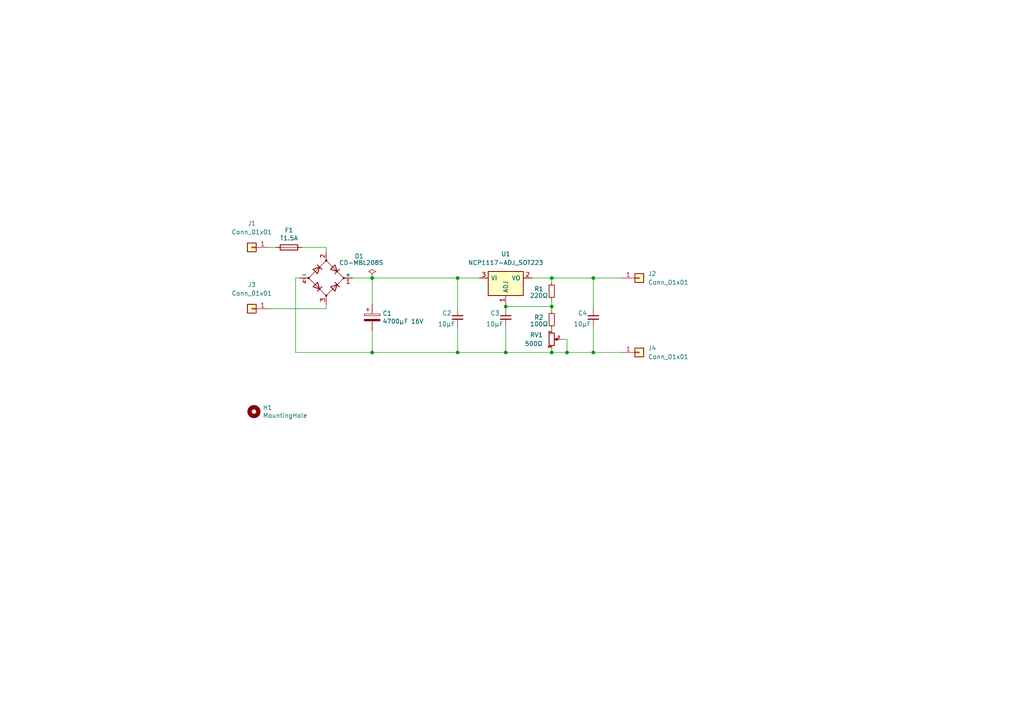
<source format=kicad_sch>
(kicad_sch (version 20230121) (generator eeschema)
  (paper "A4")
  (lib_symbols
    (symbol "Connector_Generic:Conn_01x01" (pin_names (offset 1.016) hide)
      (property "Reference" "J" (at 0 2.54 0))
      (property "Value" "Conn_01x01" (at 0 -2.54 0))
      (symbol "Conn_01x01_1_1"
        (rectangle (start -1.27 0.127) (end 0 -0.127) (stroke (width 0.1524)))
        (rectangle (start -1.27 1.27) (end 1.27 -1.27) (stroke (width 0.254)) (fill (type background)))
        (pin passive line (at -5.08 0 0) (length 3.81) (name "Pin_1") (number "1"))
      )
    )
    (symbol "Device:C_Polarized" (pin_numbers hide) (pin_names (offset 0.254))
      (property "Reference" "C" (at 0.635 2.54 0))
      (property "Value" "C_Polarized" (at 0.635 -2.54 0))
      (symbol "C_Polarized_0_1"
        (rectangle (start -2.286 0.508) (end 2.286 1.016))
        (polyline (pts (xy -1.778 2.286) (xy -0.762 2.286)))
        (polyline (pts (xy -1.27 2.794) (xy -1.27 1.778)))
        (rectangle (start 2.286 -0.508) (end -2.286 -1.016) (fill (type outline)))
      )
      (symbol "C_Polarized_1_1"
        (pin passive line (at 0 3.81 270) (length 2.794) (name "~") (number "1"))
        (pin passive line (at 0 -3.81 90) (length 2.794) (name "~") (number "2"))
      )
    )
    (symbol "Device:C_Small" (pin_numbers hide) (pin_names (offset 0.254) hide)
      (property "Reference" "C" (at 0.254 1.778 0))
      (property "Value" "C_Small" (at 0.254 -2.032 0))
      (symbol "C_Small_0_1"
        (polyline (pts (xy -1.524 -0.508) (xy 1.524 -0.508)) (stroke (width 0.3302)))
        (polyline (pts (xy -1.524 0.508) (xy 1.524 0.508)) (stroke (width 0.3048)))
      )
      (symbol "C_Small_1_1"
        (pin passive line (at 0 2.54 270) (length 2.032) (name "~") (number "1"))
        (pin passive line (at 0 -2.54 90) (length 2.032) (name "~") (number "2"))
      )
    )
    (symbol "Device:D_Bridge_+AA-" (pin_names (offset 0))
      (property "Reference" "D" (at 2.54 6.985 0))
      (property "Value" "D_Bridge_+AA-" (at 2.54 5.08 0))
      (symbol "D_Bridge_+AA-_0_1"
        (circle (center -5.08 0) (radius 0.254) (fill (type outline)))
        (circle (center 0 -5.08) (radius 0.254) (fill (type outline)))
        (polyline (pts (xy -2.54 3.81) (xy -1.27 2.54)) (stroke (width 0.254)))
        (polyline (pts (xy -1.27 -2.54) (xy -2.54 -3.81)) (stroke (width 0.254)))
        (polyline (pts (xy 2.54 -1.27) (xy 3.81 -2.54)) (stroke (width 0.254)))
        (polyline (pts (xy 2.54 1.27) (xy 3.81 2.54)) (stroke (width 0.254)))
        (polyline (pts (xy -3.81 2.54) (xy -2.54 1.27) (xy -1.905 3.175) (xy -3.81 2.54)) (stroke (width 0.254)))
        (polyline (pts (xy -2.54 -1.27) (xy -3.81 -2.54) (xy -1.905 -3.175) (xy -2.54 -1.27)) (stroke (width 0.254)))
        (polyline (pts (xy 1.27 2.54) (xy 2.54 3.81) (xy 3.175 1.905) (xy 1.27 2.54)) (stroke (width 0.254)))
        (polyline (pts (xy 3.175 -1.905) (xy 1.27 -2.54) (xy 2.54 -3.81) (xy 3.175 -1.905)) (stroke (width 0.254)))
        (polyline (pts (xy -5.08 0) (xy 0 -5.08) (xy 5.08 0) (xy 0 5.08) (xy -5.08 0)))
        (circle (center 0 5.08) (radius 0.254) (fill (type outline)))
        (circle (center 5.08 0) (radius 0.254) (fill (type outline)))
      )
      (symbol "D_Bridge_+AA-_1_1"
        (pin passive line (at 7.62 0 180) (length 2.54) (name "+") (number "1"))
        (pin passive line (at 0 7.62 270) (length 2.54) (name "~") (number "2"))
        (pin passive line (at 0 -7.62 90) (length 2.54) (name "~") (number "3"))
        (pin passive line (at -7.62 0 0) (length 2.54) (name "-") (number "4"))
      )
    )
    (symbol "Device:Fuse" (pin_numbers hide) (pin_names (offset 0))
      (property "Reference" "F" (at 2.032 0 90))
      (property "Value" "Fuse" (at -1.905 0 90))
      (symbol "Fuse_0_1"
        (rectangle (start -0.762 -2.54) (end 0.762 2.54) (stroke (width 0.254)))
        (polyline (pts (xy 0 2.54) (xy 0 -2.54)))
      )
      (symbol "Fuse_1_1"
        (pin passive line (at 0 3.81 270) (length 1.27) (name "~") (number "1"))
        (pin passive line (at 0 -3.81 90) (length 1.27) (name "~") (number "2"))
      )
    )
    (symbol "Device:R_Potentiometer_Small" (pin_names (offset 1.016) hide)
      (property "Reference" "RV" (at -4.445 0 90))
      (property "Value" "R_Potentiometer_Small" (at -2.54 0 90))
      (symbol "R_Potentiometer_Small_0_1"
        (polyline (pts (xy 0.889 0) (xy 0.635 0) (xy 1.651 0.381) (xy 1.651 -0.381) (xy 0.635 0) (xy 0.889 0)) (fill (type outline)))
        (rectangle (start 0.762 1.8034) (end -0.762 -1.8034) (stroke (width 0.254)))
      )
      (symbol "R_Potentiometer_Small_1_1"
        (pin passive line (at 0 2.54 270) (length 0.635) (name "1") (number "1"))
        (pin passive line (at 2.54 0 180) (length 0.9906) (name "2") (number "2"))
        (pin passive line (at 0 -2.54 90) (length 0.635) (name "3") (number "3"))
      )
    )
    (symbol "Device:R_Small" (pin_numbers hide) (pin_names (offset 0.254) hide)
      (property "Reference" "R" (at 0.762 0.508 0))
      (property "Value" "R_Small" (at 0.762 -1.016 0))
      (symbol "R_Small_0_1"
        (rectangle (start -0.762 1.778) (end 0.762 -1.778) (stroke (width 0.2032)))
      )
      (symbol "R_Small_1_1"
        (pin passive line (at 0 2.54 270) (length 0.762) (name "~") (number "1"))
        (pin passive line (at 0 -2.54 90) (length 0.762) (name "~") (number "2"))
      )
    )
    (symbol "Mechanical:MountingHole" (pin_names (offset 1.016))
      (property "Reference" "H" (at 0 5.08 0))
      (property "Value" "MountingHole" (at 0 3.175 0))
      (symbol "MountingHole_0_1"
        (circle (center 0 0) (radius 1.27) (stroke (width 1.27)))
      )
    )
    (symbol "Regulator_Linear:NCP1117-ADJ_SOT223" (pin_names (offset 0.762))
      (property "Reference" "U" (at -3.81 3.175 0))
      (property "Value" "NCP1117-ADJ_SOT223" (at 0 3.175 0))
      (symbol "NCP1117-ADJ_SOT223_0_1"
        (rectangle (start -5.08 -5.08) (end 5.08 1.905) (stroke (width 0.254)) (fill (type background)))
      )
      (symbol "NCP1117-ADJ_SOT223_1_1"
        (pin input line (at 0 -7.62 90) (length 2.54) (name "ADJ") (number "1"))
        (pin power_out line (at 7.62 0 180) (length 2.54) (name "VO") (number "2"))
        (pin power_in line (at -7.62 0 0) (length 2.54) (name "VI") (number "3"))
      )
    )
    (symbol "power:PWR_FLAG" (power) (pin_numbers hide) (pin_names (offset 0) hide)
      (property "Value" "PWR_FLAG" (at 0 3.81 0))
      (symbol "PWR_FLAG_0_0"
        (pin power_out line (at 0 0 90) (length 0) (name "pwr") (number "1"))
      )
      (symbol "PWR_FLAG_0_1"
        (polyline (pts (xy 0 0) (xy 0 1.27) (xy -1.016 1.905) (xy 0 2.54) (xy 1.016 1.905) (xy 0 1.27)))
      )
    )
  )
  (junction (at 172.085 80.645))
  (junction (at 107.95 80.645))
  (junction (at 146.685 88.9))
  (junction (at 132.715 80.645))
  (junction (at 160.02 80.645))
  (junction (at 146.685 102.235))
  (junction (at 160.02 88.9))
  (junction (at 172.085 102.235))
  (junction (at 107.95 102.235))
  (junction (at 160.02 102.235))
  (junction (at 164.465 102.235))
  (junction (at 132.715 102.235))
  (wire (pts (xy 160.02 86.995) (xy 160.02 88.9)))
  (wire (pts (xy 172.085 94.615) (xy 172.085 102.235)))
  (wire (pts (xy 160.02 102.235) (xy 164.465 102.235)))
  (wire (pts (xy 94.615 89.535) (xy 94.615 88.265)))
  (wire (pts (xy 78.105 89.535) (xy 94.615 89.535)))
  (wire (pts (xy 85.725 80.645) (xy 86.995 80.645)))
  (wire (pts (xy 164.465 102.235) (xy 172.085 102.235)))
  (wire (pts (xy 146.685 102.235) (xy 160.02 102.235)))
  (wire (pts (xy 172.085 80.645) (xy 180.34 80.645)))
  (wire (pts (xy 164.465 98.425) (xy 164.465 102.235)))
  (wire (pts (xy 132.715 102.235) (xy 146.685 102.235)))
  (wire (pts (xy 160.02 100.965) (xy 160.02 102.235)))
  (wire (pts (xy 160.02 95.25) (xy 160.02 95.885)))
  (wire (pts (xy 146.685 88.9) (xy 146.685 89.535)))
  (wire (pts (xy 146.685 88.9) (xy 160.02 88.9)))
  (wire (pts (xy 78.105 71.755) (xy 80.01 71.755)))
  (wire (pts (xy 107.95 80.645) (xy 107.95 88.265)))
  (wire (pts (xy 107.95 95.885) (xy 107.95 102.235)))
  (wire (pts (xy 160.02 80.645) (xy 160.02 81.915)))
  (wire (pts (xy 172.085 102.235) (xy 180.34 102.235)))
  (wire (pts (xy 162.56 98.425) (xy 164.465 98.425)))
  (wire (pts (xy 85.725 80.645) (xy 85.725 102.235)))
  (wire (pts (xy 146.685 88.265) (xy 146.685 88.9)))
  (wire (pts (xy 154.305 80.645) (xy 160.02 80.645)))
  (wire (pts (xy 160.02 88.9) (xy 160.02 90.17)))
  (wire (pts (xy 132.715 89.535) (xy 132.715 80.645)))
  (wire (pts (xy 132.715 80.645) (xy 139.065 80.645)))
  (wire (pts (xy 172.085 80.645) (xy 172.085 89.535)))
  (wire (pts (xy 107.95 80.645) (xy 132.715 80.645)))
  (wire (pts (xy 87.63 71.755) (xy 94.615 71.755)))
  (wire (pts (xy 107.95 102.235) (xy 132.715 102.235)))
  (wire (pts (xy 160.02 80.645) (xy 172.085 80.645)))
  (wire (pts (xy 85.725 102.235) (xy 107.95 102.235)))
  (wire (pts (xy 132.715 94.615) (xy 132.715 102.235)))
  (wire (pts (xy 146.685 94.615) (xy 146.685 102.235)))
  (wire (pts (xy 102.235 80.645) (xy 107.95 80.645)))
  (wire (pts (xy 94.615 71.755) (xy 94.615 73.025)))
  (symbol (lib_id "Device:Fuse") (at 83.82 71.755 270) (unit 1)
    (property "Reference" "F1" (at 83.82 66.7512 90))
    (property "Value" "T1.5A" (at 83.82 69.0626 90))
    (property "Footprint" "Fuse:Fuse_1206_3216Metric_Pad1.42x1.75mm_HandSolder" (effects hide))
  )
  (symbol (lib_id "Device:C_Polarized") (at 107.95 92.075 0) (unit 1)
    (property "Reference" "C1" (at 110.9472 90.9066 0) (effects (justify left)))
    (property "Value" "4700µF 16V" (at 110.9472 93.218 0) (effects (justify left)))
    (property "Footprint" "Capacitor_SMD:CP_Elec_18x17.5" (effects hide))
  )
  (symbol (lib_id "Mechanical:MountingHole") (at 73.66 119.38 0) (unit 1)
    (property "Reference" "H1" (at 76.2 118.2116 0) (effects (justify left)))
    (property "Value" "MountingHole" (at 76.2 120.523 0) (effects (justify left)))
    (property "Footprint" "MountingHole:MountingHole_3.7mm" (effects hide))
  )
  (symbol (lib_id "Device:C_Small") (at 146.685 92.075 0) (unit 1)
    (property "Reference" "C3" (at 142.24 90.8112 0) (effects (justify left)))
    (property "Value" "10µF" (at 140.97 93.98 0) (effects (justify left)))
    (property "Footprint" "Capacitor_SMD:C_0603_1608Metric_Pad1.08x0.95mm_HandSolder" (effects hide))
  )
  (symbol (lib_id "Device:R_Small") (at 160.02 84.455 0) (unit 1)
    (property "Reference" "R1" (at 154.94 83.82 0) (effects (justify left)))
    (property "Value" "220Ω" (at 153.67 85.725 0) (effects (justify left)))
    (property "Footprint" "Resistor_SMD:R_0603_1608Metric_Pad0.98x0.95mm_HandSolder" (effects hide))
  )
  (symbol (lib_id "power:PWR_FLAG") (at 107.95 80.645 0) (unit 1)
    (property "Reference" "#FLG01" (effects hide))
    (property "Value" "PWR_FLAG" (effects hide))
  )
  (symbol (lib_id "Regulator_Linear:NCP1117-ADJ_SOT223") (at 146.685 80.645 0) (unit 1)
    (property "Reference" "U1" (at 146.685 73.66 0))
    (property "Value" "NCP1117-ADJ_SOT223" (at 146.685 76.2 0))
    (property "Footprint" "Package_TO_SOT_SMD:SOT-223-3_TabPin2" (effects hide))
    (property "Datasheet" "http://www.onsemi.com/pub_link/Collateral/NCP1117-D.PDF" (effects hide))
  )
  (symbol (lib_id "Connector_Generic:Conn_01x01") (at 185.42 102.235 0) (unit 1)
    (property "Reference" "J4" (at 187.96 100.9649 0) (effects (justify left)))
    (property "Value" "Conn_01x01" (at 187.96 103.5049 0) (effects (justify left)))
    (property "Footprint" "TestPoint:TestPoint_Pad_2.5x2.5mm" (effects hide))
  )
  (symbol (lib_id "Device:C_Small") (at 172.085 92.075 0) (unit 1)
    (property "Reference" "C4" (at 167.64 90.8112 0) (effects (justify left)))
    (property "Value" "10µF" (at 166.37 93.98 0) (effects (justify left)))
    (property "Footprint" "Capacitor_SMD:C_0603_1608Metric_Pad1.08x0.95mm_HandSolder" (effects hide))
  )
  (symbol (lib_id "Connector_Generic:Conn_01x01") (at 73.025 89.535 180) (unit 1)
    (property "Reference" "J3" (at 73.025 82.55 0))
    (property "Value" "Conn_01x01" (at 73.025 85.09 0))
    (property "Footprint" "TestPoint:TestPoint_Pad_2.5x2.5mm" (effects hide))
  )
  (symbol (lib_id "Device:D_Bridge_+AA-") (at 94.615 80.645 0) (unit 1)
    (property "Reference" "D1" (at 104.14 74.295 0))
    (property "Value" "CD-MBL208S" (at 104.775 76.2 0))
    (property "Footprint" "myDevices:CDMBL208S" (effects hide))
  )
  (symbol (lib_id "Connector_Generic:Conn_01x01") (at 185.42 80.645 0) (unit 1)
    (property "Reference" "J2" (at 187.96 79.3749 0) (effects (justify left)))
    (property "Value" "Conn_01x01" (at 187.96 81.9149 0) (effects (justify left)))
    (property "Footprint" "TestPoint:TestPoint_Pad_2.5x2.5mm" (effects hide))
  )
  (symbol (lib_id "Connector_Generic:Conn_01x01") (at 73.025 71.755 180) (unit 1)
    (property "Reference" "J1" (at 73.025 64.77 0))
    (property "Value" "Conn_01x01" (at 73.025 67.31 0))
    (property "Footprint" "TestPoint:TestPoint_Pad_2.5x2.5mm" (effects hide))
  )
  (symbol (lib_id "Device:R_Potentiometer_Small") (at 160.02 98.425 0) (unit 1)
    (property "Reference" "RV1" (at 157.48 97.155 0) (effects (justify right)))
    (property "Value" "500Ω" (at 157.48 99.6949 0) (effects (justify right)))
    (property "Footprint" "Potentiometer_SMD:Potentiometer_TT_35W" (effects hide))
  )
  (symbol (lib_id "Device:R_Small") (at 160.02 92.71 0) (unit 1)
    (property "Reference" "R2" (at 154.94 92.075 0) (effects (justify left)))
    (property "Value" "100Ω" (at 153.67 93.98 0) (effects (justify left)))
    (property "Footprint" "Resistor_SMD:R_0603_1608Metric_Pad0.98x0.95mm_HandSolder" (effects hide))
  )
  (symbol (lib_id "Device:C_Small") (at 132.715 92.075 0) (unit 1)
    (property "Reference" "C2" (at 128.27 90.8112 0) (effects (justify left)))
    (property "Value" "10µF" (at 127 93.98 0) (effects (justify left)))
    (property "Footprint" "Capacitor_SMD:C_0603_1608Metric_Pad1.08x0.95mm_HandSolder" (effects hide))
  )
)
</source>
